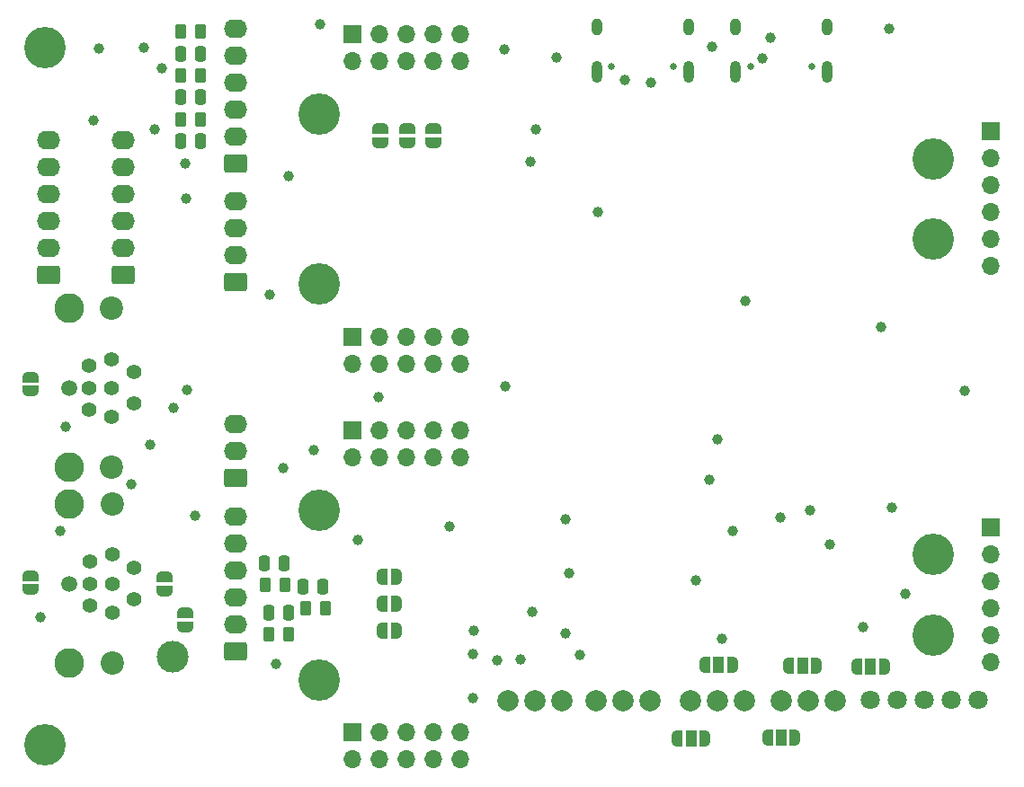
<source format=gbs>
%TF.GenerationSoftware,KiCad,Pcbnew,8.0.1*%
%TF.CreationDate,2024-08-04T17:14:24+01:00*%
%TF.ProjectId,RP2040_base,52503230-3430-45f6-9261-73652e6b6963,REV1.1*%
%TF.SameCoordinates,Original*%
%TF.FileFunction,Soldermask,Bot*%
%TF.FilePolarity,Negative*%
%FSLAX46Y46*%
G04 Gerber Fmt 4.6, Leading zero omitted, Abs format (unit mm)*
G04 Created by KiCad (PCBNEW 8.0.1) date 2024-08-04 17:14:24*
%MOMM*%
%LPD*%
G01*
G04 APERTURE LIST*
G04 Aperture macros list*
%AMRoundRect*
0 Rectangle with rounded corners*
0 $1 Rounding radius*
0 $2 $3 $4 $5 $6 $7 $8 $9 X,Y pos of 4 corners*
0 Add a 4 corners polygon primitive as box body*
4,1,4,$2,$3,$4,$5,$6,$7,$8,$9,$2,$3,0*
0 Add four circle primitives for the rounded corners*
1,1,$1+$1,$2,$3*
1,1,$1+$1,$4,$5*
1,1,$1+$1,$6,$7*
1,1,$1+$1,$8,$9*
0 Add four rect primitives between the rounded corners*
20,1,$1+$1,$2,$3,$4,$5,0*
20,1,$1+$1,$4,$5,$6,$7,0*
20,1,$1+$1,$6,$7,$8,$9,0*
20,1,$1+$1,$8,$9,$2,$3,0*%
%AMFreePoly0*
4,1,19,0.500000,-0.750000,0.000000,-0.750000,0.000000,-0.744911,-0.071157,-0.744911,-0.207708,-0.704816,-0.327430,-0.627875,-0.420627,-0.520320,-0.479746,-0.390866,-0.500000,-0.250000,-0.500000,0.250000,-0.479746,0.390866,-0.420627,0.520320,-0.327430,0.627875,-0.207708,0.704816,-0.071157,0.744911,0.000000,0.744911,0.000000,0.750000,0.500000,0.750000,0.500000,-0.750000,0.500000,-0.750000,
$1*%
%AMFreePoly1*
4,1,19,0.000000,0.744911,0.071157,0.744911,0.207708,0.704816,0.327430,0.627875,0.420627,0.520320,0.479746,0.390866,0.500000,0.250000,0.500000,-0.250000,0.479746,-0.390866,0.420627,-0.520320,0.327430,-0.627875,0.207708,-0.704816,0.071157,-0.744911,0.000000,-0.744911,0.000000,-0.750000,-0.500000,-0.750000,-0.500000,0.750000,0.000000,0.750000,0.000000,0.744911,0.000000,0.744911,
$1*%
%AMFreePoly2*
4,1,19,0.550000,-0.750000,0.000000,-0.750000,0.000000,-0.744911,-0.071157,-0.744911,-0.207708,-0.704816,-0.327430,-0.627875,-0.420627,-0.520320,-0.479746,-0.390866,-0.500000,-0.250000,-0.500000,0.250000,-0.479746,0.390866,-0.420627,0.520320,-0.327430,0.627875,-0.207708,0.704816,-0.071157,0.744911,0.000000,0.744911,0.000000,0.750000,0.550000,0.750000,0.550000,-0.750000,0.550000,-0.750000,
$1*%
%AMFreePoly3*
4,1,19,0.000000,0.744911,0.071157,0.744911,0.207708,0.704816,0.327430,0.627875,0.420627,0.520320,0.479746,0.390866,0.500000,0.250000,0.500000,-0.250000,0.479746,-0.390866,0.420627,-0.520320,0.327430,-0.627875,0.207708,-0.704816,0.071157,-0.744911,0.000000,-0.744911,0.000000,-0.750000,-0.550000,-0.750000,-0.550000,0.750000,0.000000,0.750000,0.000000,0.744911,0.000000,0.744911,
$1*%
G04 Aperture macros list end*
%ADD10RoundRect,0.250000X0.845000X-0.620000X0.845000X0.620000X-0.845000X0.620000X-0.845000X-0.620000X0*%
%ADD11O,2.190000X1.740000*%
%ADD12C,3.900000*%
%ADD13C,2.000000*%
%ADD14R,1.700000X1.700000*%
%ADD15O,1.700000X1.700000*%
%ADD16C,1.800000*%
%ADD17C,2.200000*%
%ADD18C,2.800000*%
%ADD19C,1.400000*%
%ADD20C,1.500000*%
%ADD21C,0.650000*%
%ADD22O,1.000000X2.100000*%
%ADD23O,1.000000X1.600000*%
%ADD24C,3.000000*%
%ADD25C,1.000000*%
%ADD26RoundRect,0.250000X-0.250000X-0.475000X0.250000X-0.475000X0.250000X0.475000X-0.250000X0.475000X0*%
%ADD27RoundRect,0.250000X0.262500X0.450000X-0.262500X0.450000X-0.262500X-0.450000X0.262500X-0.450000X0*%
%ADD28FreePoly0,0.000000*%
%ADD29FreePoly1,0.000000*%
%ADD30FreePoly2,180.000000*%
%ADD31R,1.000000X1.500000*%
%ADD32FreePoly3,180.000000*%
%ADD33RoundRect,0.250000X-0.262500X-0.450000X0.262500X-0.450000X0.262500X0.450000X-0.262500X0.450000X0*%
%ADD34FreePoly0,270.000000*%
%ADD35FreePoly1,270.000000*%
%ADD36FreePoly2,0.000000*%
%ADD37FreePoly3,0.000000*%
%ADD38RoundRect,0.250000X0.250000X0.475000X-0.250000X0.475000X-0.250000X-0.475000X0.250000X-0.475000X0*%
%ADD39FreePoly0,90.000000*%
%ADD40FreePoly1,90.000000*%
G04 APERTURE END LIST*
D10*
%TO.C,J8*%
X98140000Y-105000000D03*
D11*
X98140000Y-102460000D03*
X98140000Y-99920000D03*
%TD*%
D12*
%TO.C,H4*%
X80200000Y-64450000D03*
%TD*%
D13*
%TO.C,J14*%
X149510000Y-126012000D03*
X152050000Y-126012000D03*
X154590000Y-126012000D03*
%TD*%
D12*
%TO.C,U2*%
X106000000Y-108000000D03*
X106000000Y-124000000D03*
X163800000Y-112200000D03*
X163800000Y-119800000D03*
D14*
X109150000Y-100500000D03*
D15*
X109150000Y-103040000D03*
X111690000Y-100500000D03*
X111690000Y-103040000D03*
X114230000Y-100500000D03*
X114230000Y-103040000D03*
X116770000Y-100500000D03*
X116770000Y-103040000D03*
X119310000Y-100500000D03*
X119310000Y-103040000D03*
D14*
X109150000Y-128960000D03*
D15*
X109150000Y-131500000D03*
X111690000Y-128960000D03*
X111690000Y-131500000D03*
X114230000Y-128960000D03*
X114230000Y-131500000D03*
X116770000Y-128960000D03*
X116770000Y-131500000D03*
X119310000Y-128960000D03*
X119310000Y-131500000D03*
D14*
X169250000Y-109650000D03*
D15*
X169250000Y-112190000D03*
X169250000Y-114730000D03*
X169250000Y-117270000D03*
X169250000Y-119810000D03*
X169250000Y-122350000D03*
%TD*%
D10*
%TO.C,J4*%
X98140000Y-121300000D03*
D11*
X98140000Y-118760000D03*
X98140000Y-116220000D03*
X98140000Y-113680000D03*
X98140000Y-111140000D03*
X98140000Y-108600000D03*
%TD*%
D10*
%TO.C,J11*%
X98140000Y-86547000D03*
D11*
X98140000Y-84007000D03*
X98140000Y-81467000D03*
X98140000Y-78927000D03*
%TD*%
D10*
%TO.C,J12*%
X87528000Y-85814000D03*
D11*
X87528000Y-83274000D03*
X87528000Y-80734000D03*
X87528000Y-78194000D03*
X87528000Y-75654000D03*
X87528000Y-73114000D03*
%TD*%
D13*
%TO.C,J13*%
X132100000Y-126012000D03*
X134640000Y-126012000D03*
X137180000Y-126012000D03*
%TD*%
D16*
%TO.C,J15*%
X157920000Y-125862000D03*
X160460000Y-125862000D03*
X163000000Y-125862000D03*
X165540000Y-125862000D03*
X168080000Y-125862000D03*
%TD*%
D10*
%TO.C,J5*%
X80528000Y-85814000D03*
D11*
X80528000Y-83274000D03*
X80528000Y-80734000D03*
X80528000Y-78194000D03*
X80528000Y-75654000D03*
X80528000Y-73114000D03*
%TD*%
D17*
%TO.C,J17*%
X86500000Y-107450000D03*
D18*
X82500000Y-107450000D03*
D17*
X86500000Y-122450000D03*
D18*
X82500000Y-122450000D03*
D19*
X88600000Y-113450000D03*
X88600000Y-116450000D03*
X86500000Y-117675000D03*
X84400000Y-117025000D03*
X84400000Y-114950000D03*
X84400000Y-112875000D03*
X86500000Y-112225000D03*
X86500000Y-114950000D03*
D20*
X82500000Y-114950000D03*
%TD*%
D21*
%TO.C,J6*%
X152390000Y-66205000D03*
X146610000Y-66205000D03*
D22*
X153820000Y-66705000D03*
D23*
X153820000Y-62525000D03*
D22*
X145180000Y-66705000D03*
D23*
X145180000Y-62525000D03*
%TD*%
D24*
%TO.C,TP2*%
X92175000Y-121800000D03*
%TD*%
D12*
%TO.C,H3*%
X80200000Y-130100000D03*
%TD*%
D17*
%TO.C,J2*%
X86475000Y-89000000D03*
D18*
X82475000Y-89000000D03*
D17*
X86475000Y-104000000D03*
D18*
X82475000Y-104000000D03*
D19*
X88575000Y-95000000D03*
X88575000Y-98000000D03*
X86475000Y-99225000D03*
X84375000Y-98575000D03*
X84375000Y-96500000D03*
X84375000Y-94425000D03*
X86475000Y-93775000D03*
X86475000Y-96500000D03*
D20*
X82475000Y-96500000D03*
%TD*%
D13*
%TO.C,J10*%
X141010000Y-126012000D03*
X143550000Y-126012000D03*
X146090000Y-126012000D03*
%TD*%
D10*
%TO.C,J3*%
X98140000Y-75350000D03*
D11*
X98140000Y-72810000D03*
X98140000Y-70270000D03*
X98140000Y-67730000D03*
X98140000Y-65190000D03*
X98140000Y-62650000D03*
%TD*%
D12*
%TO.C,U1*%
X106000000Y-70700000D03*
X106000000Y-86700000D03*
X163800000Y-74900000D03*
X163800000Y-82500000D03*
D14*
X109150000Y-63200000D03*
D15*
X109150000Y-65740000D03*
X111690000Y-63200000D03*
X111690000Y-65740000D03*
X114230000Y-63200000D03*
X114230000Y-65740000D03*
X116770000Y-63200000D03*
X116770000Y-65740000D03*
X119310000Y-63200000D03*
X119310000Y-65740000D03*
D14*
X109150000Y-91660000D03*
D15*
X109150000Y-94200000D03*
X111690000Y-91660000D03*
X111690000Y-94200000D03*
X114230000Y-91660000D03*
X114230000Y-94200000D03*
X116770000Y-91660000D03*
X116770000Y-94200000D03*
X119310000Y-91660000D03*
X119310000Y-94200000D03*
D14*
X169250000Y-72350000D03*
D15*
X169250000Y-74890000D03*
X169250000Y-77430000D03*
X169250000Y-79970000D03*
X169250000Y-82510000D03*
X169250000Y-85050000D03*
%TD*%
D21*
%TO.C,J1*%
X139340000Y-66205000D03*
X133560000Y-66205000D03*
D22*
X140770000Y-66705000D03*
D23*
X140770000Y-62525000D03*
D22*
X132130000Y-66705000D03*
D23*
X132130000Y-62525000D03*
%TD*%
D13*
%TO.C,J9*%
X123810000Y-126012000D03*
X126350000Y-126012000D03*
X128890000Y-126012000D03*
%TD*%
D25*
%TO.C,TP25*%
X101325000Y-87725000D03*
%TD*%
%TO.C,TP7*%
X123425000Y-64575000D03*
%TD*%
%TO.C,TP63*%
X94325000Y-108525000D03*
%TD*%
%TO.C,TP38*%
X106085000Y-62275000D03*
%TD*%
%TO.C,TP11*%
X89475000Y-64475000D03*
%TD*%
%TO.C,TP19*%
X91175000Y-66425000D03*
%TD*%
%TO.C,TP13*%
X90475000Y-72125000D03*
%TD*%
D26*
%TO.C,C5*%
X92955000Y-65005000D03*
X94855000Y-65005000D03*
%TD*%
D25*
%TO.C,TP4*%
X144975000Y-109975000D03*
%TD*%
%TO.C,TP61*%
X111575000Y-97375000D03*
%TD*%
%TO.C,TP59*%
X82125000Y-100175000D03*
%TD*%
%TO.C,TP8*%
X159675000Y-62675000D03*
%TD*%
%TO.C,TP55*%
X122800000Y-122150000D03*
%TD*%
D26*
%TO.C,C6*%
X92955000Y-73265000D03*
X94855000Y-73265000D03*
%TD*%
D27*
%TO.C,R6*%
X106567501Y-117294999D03*
X104742501Y-117294999D03*
%TD*%
D28*
%TO.C,JP4*%
X111975000Y-119375000D03*
D29*
X113275000Y-119375000D03*
%TD*%
D30*
%TO.C,JP3*%
X142325000Y-129525000D03*
D31*
X141025000Y-129525000D03*
D32*
X139725000Y-129525000D03*
%TD*%
D25*
%TO.C,TP50*%
X90075000Y-101825000D03*
%TD*%
%TO.C,TP56*%
X93525000Y-96725000D03*
%TD*%
D33*
%TO.C,R4*%
X92992500Y-71225000D03*
X94817500Y-71225000D03*
%TD*%
D34*
%TO.C,JP6*%
X78790000Y-114225000D03*
D35*
X78790000Y-115525000D03*
%TD*%
D25*
%TO.C,TP10*%
X85275000Y-64525000D03*
%TD*%
%TO.C,TP40*%
X143025000Y-64325000D03*
%TD*%
%TO.C,TP45*%
X129525000Y-113975000D03*
%TD*%
%TO.C,TP27*%
X101925000Y-122475000D03*
%TD*%
D33*
%TO.C,R1*%
X92992500Y-62945000D03*
X94817500Y-62945000D03*
%TD*%
D25*
%TO.C,TP36*%
X149425000Y-108725000D03*
%TD*%
%TO.C,TP44*%
X81625000Y-109975000D03*
%TD*%
%TO.C,TP51*%
X124975000Y-122100000D03*
%TD*%
%TO.C,TP52*%
X143475000Y-101375000D03*
%TD*%
%TO.C,TP34*%
X157225000Y-119075000D03*
%TD*%
%TO.C,TP48*%
X130575000Y-121675000D03*
%TD*%
D36*
%TO.C,JP11*%
X142325000Y-122640000D03*
D31*
X143625000Y-122640000D03*
D37*
X144925000Y-122640000D03*
%TD*%
D25*
%TO.C,TP24*%
X125925000Y-75225000D03*
%TD*%
%TO.C,TP12*%
X120500000Y-125750000D03*
%TD*%
D26*
%TO.C,C7*%
X92955000Y-69075000D03*
X94855000Y-69075000D03*
%TD*%
D38*
%TO.C,C10*%
X102720002Y-113045000D03*
X100820002Y-113045000D03*
%TD*%
D25*
%TO.C,TP60*%
X92275000Y-98375000D03*
%TD*%
%TO.C,TP57*%
X126075000Y-117625000D03*
%TD*%
D34*
%TO.C,JP7*%
X78820000Y-95485000D03*
D35*
X78820000Y-96785000D03*
%TD*%
D25*
%TO.C,TP6*%
X132275000Y-79925000D03*
%TD*%
D39*
%TO.C,JP15*%
X93375000Y-119024999D03*
D40*
X93375000Y-117725001D03*
%TD*%
D25*
%TO.C,TP37*%
X161225000Y-115875000D03*
%TD*%
D27*
%TO.C,R5*%
X103117500Y-119734999D03*
X101292500Y-119734999D03*
%TD*%
D28*
%TO.C,JP1*%
X111975000Y-114275000D03*
D29*
X113275000Y-114275000D03*
%TD*%
D30*
%TO.C,JP13*%
X150825000Y-129480000D03*
D31*
X149525000Y-129480000D03*
D32*
X148225000Y-129480000D03*
%TD*%
D34*
%TO.C,JP8*%
X114275000Y-72075000D03*
D35*
X114275000Y-73375000D03*
%TD*%
D25*
%TO.C,TP29*%
X152275000Y-108075000D03*
%TD*%
%TO.C,TP39*%
X148475000Y-63475000D03*
%TD*%
%TO.C,TP9*%
X146125000Y-88325000D03*
%TD*%
D38*
%TO.C,C11*%
X106355000Y-115205000D03*
X104455000Y-115205000D03*
%TD*%
D25*
%TO.C,TP23*%
X109625000Y-110875000D03*
%TD*%
%TO.C,TP14*%
X84725000Y-71275000D03*
%TD*%
%TO.C,TP30*%
X123575000Y-96325000D03*
%TD*%
%TO.C,TP5*%
X128375000Y-65325000D03*
%TD*%
D36*
%TO.C,JP12*%
X150225000Y-122645000D03*
D31*
X151525000Y-122645000D03*
D37*
X152825000Y-122645000D03*
%TD*%
D25*
%TO.C,TP42*%
X137225000Y-67775000D03*
%TD*%
%TO.C,TP21*%
X118250000Y-109575000D03*
%TD*%
D36*
%TO.C,JP10*%
X156625000Y-122775000D03*
D31*
X157925000Y-122775000D03*
D37*
X159225000Y-122775000D03*
%TD*%
D25*
%TO.C,TP41*%
X134825000Y-67525000D03*
%TD*%
%TO.C,TP43*%
X147725000Y-65475000D03*
%TD*%
D34*
%TO.C,JP2*%
X116775000Y-72075000D03*
D35*
X116775000Y-73375000D03*
%TD*%
D25*
%TO.C,TP17*%
X142775000Y-105125000D03*
%TD*%
%TO.C,TP3*%
X159975000Y-107825000D03*
%TD*%
%TO.C,TP49*%
X120500000Y-121575000D03*
%TD*%
%TO.C,TP35*%
X154075000Y-111275000D03*
%TD*%
%TO.C,TP1*%
X143925000Y-120175000D03*
%TD*%
%TO.C,TP47*%
X129175000Y-119625000D03*
%TD*%
%TO.C,TP46*%
X120550000Y-119375000D03*
%TD*%
%TO.C,TP28*%
X93475000Y-78625000D03*
%TD*%
D33*
%TO.C,R3*%
X92992500Y-67035000D03*
X94817500Y-67035000D03*
%TD*%
D25*
%TO.C,TP26*%
X93375000Y-75375000D03*
%TD*%
%TO.C,TP53*%
X88275000Y-105625000D03*
%TD*%
D38*
%TO.C,C9*%
X103145001Y-117714999D03*
X101245001Y-117714999D03*
%TD*%
D25*
%TO.C,TP33*%
X166825000Y-96775000D03*
%TD*%
D39*
%TO.C,JP14*%
X91425000Y-115624999D03*
D40*
X91425000Y-114325001D03*
%TD*%
D25*
%TO.C,TP15*%
X105475000Y-102325000D03*
%TD*%
%TO.C,TP16*%
X102625000Y-104075000D03*
%TD*%
%TO.C,TP54*%
X79775000Y-118075000D03*
%TD*%
%TO.C,TP32*%
X129175000Y-108925000D03*
%TD*%
D28*
%TO.C,JP5*%
X111975000Y-116825000D03*
D29*
X113275000Y-116825000D03*
%TD*%
D27*
%TO.C,R7*%
X102767500Y-115055000D03*
X100942500Y-115055000D03*
%TD*%
D25*
%TO.C,TP31*%
X141475000Y-114675000D03*
%TD*%
%TO.C,TP58*%
X158925000Y-90725000D03*
%TD*%
D34*
%TO.C,JP9*%
X111725000Y-72075000D03*
D35*
X111725000Y-73375000D03*
%TD*%
D25*
%TO.C,TP20*%
X126425000Y-72175000D03*
%TD*%
%TO.C,TP18*%
X103125000Y-76575000D03*
%TD*%
M02*

</source>
